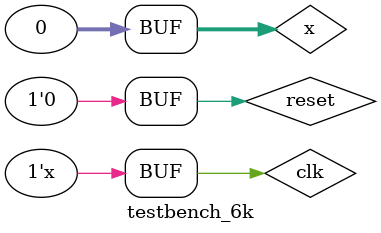
<source format=v>
`timescale 1ns / 1ps

// Tests the pipelined_iir module for low frequency sinusoidal signal of 6kHz
// The bandstop filter should block this signal
module testbench_6k;

	// Inputs
	reg clk, reset;
	reg signed [31:0] x;

	// Outputs
	wire signed [31:0] y;

	// Instantiate the Unit Under Test (UUT)
	pipelined_iir uut (
		.clk(clk), 
		.reset(reset),
		.x(x), 
		.y(y)
	);

	// Generate clock with 100ns period
	initial clk = 0;
	always #50 clk = ~clk;

	// Initialize and pass sinusoidal input data of 6kHz with sampling frequency of 48kHz
	// A = [1048576, -8218189, 32107544, -81217352, 147076592, -199990256, 208937824, -168854944, 104844152, -48879952, 16314139, -3525584, 379931]
	// B = [631178, -5401947, 23050644, -63646908, 125716872, -186294288, 211911376, -186294288, 125716872, -63646908, 23050644, -5401947, 631178]
	
	initial begin
		x = 0; reset = 1; clk = 0; #100;
		reset = 1; #200;
		reset = 0; 
		x = 741455; #100;
		x = 1048576; #100;
		x = 741455; #100;
		x = 0; #100;
		x = -741455; #100;
		x = -1048576; #100;
		x = -741455; #100;
		x = 0; #100;
		x = 741455; #100;
		x = 1048576; #100;
		x = 741455; #100;
		x = 0; #100;
		x = -741455; #100;
		x = -1048576; #100;
		x = -741455; #100;
		x = 0; #100;
		x = 741455; #100;
		x = 1048576; #100;
		x = 741455; #100;
		x = 0; #100;
		x = -741455; #100;
		x = -1048576; #100;
		x = -741455; #100;
		x = 0; #100;
		x = 741455; #100;
		x = 1048576; #100;
		x = 741455; #100;
		x = 0; #100;
		x = -741455; #100;
		x = -1048576; #100;
		x = -741455; #100;
		x = 0; #100;
		x = 741455; #100;
		x = 1048576; #100;
		x = 741455; #100;
		x = 0; #100;
		x = -741455; #100;
		x = -1048576; #100;
		x = -741455; #100;
		x = 0; #100;
		x = 741455; #100;
		x = 1048576; #100;
		x = 741455; #100;
		x = 0; #100;
		x = -741455; #100;
		x = -1048576; #100;
		x = -741455; #100;
		x = 0; #100;
		x = 741455; #100;
		x = 1048576; #100;
		x = 741455; #100;
		x = 0; #100;
		x = -741455; #100;
		x = -1048576; #100;
		x = -741455; #100;
		x = 0; #100;
		x = 741455; #100;
		x = 1048576; #100;
		x = 741455; #100;
		x = 0; #100;
		x = -741455; #100;
		x = -1048576; #100;
		x = -741455; #100;
		x = 0; #100;
		x = 741455; #100;
		x = 1048576; #100;
		x = 741455; #100;
		x = 0; #100;
		x = -741455; #100;
		x = -1048576; #100;
		x = -741455; #100;
		x = 0; #100;
		x = 741455; #100;
		x = 1048576; #100;
		x = 741455; #100;
		x = 0; #100;
		x = -741455; #100;
		x = -1048576; #100;
		x = -741455; #100;
		x = 0; #100;
		x = 741455; #100;
		x = 1048576; #100;
		x = 741455; #100;
		x = 0; #100;
		x = -741455; #100;
		x = -1048576; #100;
		x = -741455; #100;
		x = 0; #100;
		x = 741455; #100;
		x = 1048576; #100;
		x = 741455; #100;
		x = 0; #100;
		x = -741455; #100;
		x = -1048576; #100;
		x = -741455; #100;
		x = 0; #100;
		x = 741455; #100;
		x = 1048576; #100;
		x = 741455; #100;
		x = 0; #100;
		x = -741455; #100;
		x = -1048576; #100;
		x = -741455; #100;
		x = 0; #100;
		x = 741455; #100;
		x = 1048576; #100;
		x = 741455; #100;
		x = 0; #100;
		x = -741455; #100;
		x = -1048576; #100;
		x = -741455; #100;
		x = 0; #100;
		x = 741455; #100;
		x = 1048576; #100;
		x = 741455; #100;
		x = 0; #100;
		x = -741455; #100;
		x = -1048576; #100;
		x = -741455; #100;
		x = 0; #100;
		x = 741455; #100;
		x = 1048576; #100;
		x = 741455; #100;
		x = 0; #100;
		x = -741455; #100;
		x = -1048576; #100;
		x = -741455; #100;
		x = 0; #100;
		x = 741455; #100;
		x = 1048576; #100;
		x = 741455; #100;
		x = 0; #100;
		x = -741455; #100;
		x = -1048576; #100;
		x = -741455; #100;
		x = 0; #100;
		x = 741455; #100;
		x = 1048576; #100;
		x = 741455; #100;
		x = 0; #100;
		x = -741455; #100;
		x = -1048576; #100;
		x = -741455; #100;
		x = 0; #100;
		x = 741455; #100;
		x = 1048576; #100;
		x = 741455; #100;
		x = 0; #100;
		x = -741455; #100;
		x = -1048576; #100;
		x = -741455; #100;
		x = 0; #100;
		x = 741455; #100;
		x = 1048576; #100;
		x = 741455; #100;
		x = 0; #100;
		x = -741455; #100;
		x = -1048576; #100;
		x = -741455; #100;
		x = 0; #100;
		x = 741455; #100;
		x = 1048576; #100;
		x = 741455; #100;
		x = 0; #100;
		x = -741455; #100;
		x = -1048576; #100;
		x = -741455; #100;
		x = 0; #100;
		x = 741455; #100;
		x = 1048576; #100;
		x = 741455; #100;
		x = 0; #100;
		x = -741455; #100;
		x = -1048576; #100;
		x = -741455; #100;
		x = 0; #100;
		x = 741455; #100;
		x = 1048576; #100;
		x = 741455; #100;
		x = 0; #100;
		x = -741455; #100;
		x = -1048576; #100;
		x = -741455; #100;
		x = 0; #100;
		x = 741455; #100;
		x = 1048576; #100;
		x = 741455; #100;
		x = 0; #100;
		x = -741455; #100;
		x = -1048576; #100;
		x = -741455; #100;
		x = 0; #100;
		x = 741455; #100;
		x = 1048576; #100;
		x = 741455; #100;
		x = 0; #100;
		x = -741455; #100;
		x = -1048576; #100;
		x = -741455; #100;
		x = 0; #100;

	end
      
endmodule
</source>
